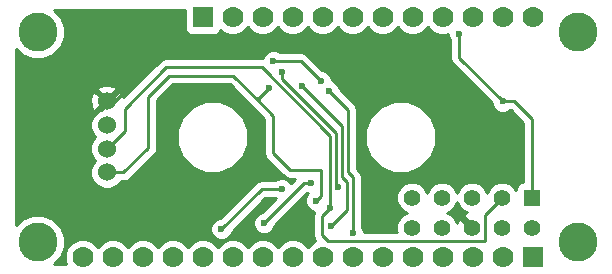
<source format=gbl>
G04 #@! TF.FileFunction,Copper,L2,Bot,Signal*
%FSLAX46Y46*%
G04 Gerber Fmt 4.6, Leading zero omitted, Abs format (unit mm)*
G04 Created by KiCad (PCBNEW 4.0.5) date 02/17/17 15:16:51*
%MOMM*%
%LPD*%
G01*
G04 APERTURE LIST*
%ADD10C,0.100000*%
%ADD11C,1.524000*%
%ADD12R,1.397000X1.397000*%
%ADD13C,1.397000*%
%ADD14C,3.302000*%
%ADD15C,1.778000*%
%ADD16R,1.778000X1.778000*%
%ADD17C,0.600000*%
%ADD18C,0.250000*%
%ADD19C,0.254000*%
G04 APERTURE END LIST*
D10*
D11*
X131500000Y-108000000D03*
X131500000Y-106000000D03*
X131500000Y-104000000D03*
X131500000Y-102000000D03*
D12*
X167480000Y-110130000D03*
D13*
X167480000Y-112670000D03*
X164940000Y-110130000D03*
X164940000Y-112670000D03*
X162400000Y-110130000D03*
X162400000Y-112670000D03*
X159860000Y-110130000D03*
X159860000Y-112670000D03*
X157320000Y-110130000D03*
X157320000Y-112670000D03*
D14*
X125641100Y-96113600D03*
X125641100Y-113893600D03*
X171361100Y-113893600D03*
X171361100Y-96113600D03*
D15*
X129451100Y-115163600D03*
X131991100Y-115163600D03*
X134531100Y-115163600D03*
X137071100Y-115163600D03*
X139611100Y-115163600D03*
X142151100Y-115163600D03*
X144691100Y-115163600D03*
X147231100Y-115163600D03*
X149771100Y-115163600D03*
X152311100Y-115163600D03*
X154851100Y-115163600D03*
X157391100Y-115163600D03*
X159931100Y-115163600D03*
X162471100Y-115163600D03*
X165011100Y-115163600D03*
D16*
X167551100Y-115163600D03*
D15*
X142151100Y-94843600D03*
D16*
X139611100Y-94843600D03*
D15*
X144691100Y-94843600D03*
X147231100Y-94843600D03*
X149771100Y-94843600D03*
X152311100Y-94843600D03*
X154851100Y-94843600D03*
X157391100Y-94843600D03*
X159931100Y-94843600D03*
X162471100Y-94843600D03*
X165011100Y-94843600D03*
X167551100Y-94843600D03*
D17*
X151100000Y-109200000D03*
X161300000Y-96300000D03*
X146300000Y-99500000D03*
X165000000Y-102000000D03*
X151000000Y-100300000D03*
X146400000Y-97600000D03*
X145200000Y-100900000D03*
X145600000Y-98600000D03*
X149600000Y-100300000D03*
X149200000Y-110400000D03*
X150400000Y-111000000D03*
X148800000Y-108900000D03*
X144800000Y-112300000D03*
X146300000Y-109400000D03*
X141200000Y-112800000D03*
X152300000Y-113150000D03*
X150300000Y-101100000D03*
X148000000Y-100700000D03*
X150450000Y-112500000D03*
D18*
X146300000Y-100100000D02*
X146300000Y-99500000D01*
X150900000Y-104700000D02*
X146300000Y-100100000D01*
X150900000Y-109000000D02*
X150900000Y-104700000D01*
X151100000Y-109200000D02*
X150900000Y-109000000D01*
X165000000Y-102000000D02*
X166000000Y-102000000D01*
X167480000Y-103480000D02*
X167480000Y-110130000D01*
X166000000Y-102000000D02*
X167480000Y-103480000D01*
X161300000Y-96300000D02*
X161300000Y-98300000D01*
X161300000Y-98300000D02*
X165000000Y-102000000D01*
X146300000Y-99500000D02*
X146300000Y-99500000D01*
X136600000Y-97600000D02*
X146400000Y-97600000D01*
X132200000Y-102000000D02*
X136600000Y-97600000D01*
X131500000Y-102000000D02*
X132200000Y-102000000D01*
X146400000Y-97600000D02*
X148300000Y-97600000D01*
X148300000Y-97600000D02*
X151000000Y-100300000D01*
X131500000Y-102000000D02*
X130800000Y-102000000D01*
X131500000Y-108000000D02*
X132900000Y-108000000D01*
X136800000Y-99800000D02*
X142200000Y-99800000D01*
X135000000Y-101600000D02*
X136800000Y-99800000D01*
X135000000Y-102000000D02*
X135000000Y-101600000D01*
X142200000Y-99800000D02*
X144300000Y-101900000D01*
X135000000Y-105900000D02*
X135000000Y-102000000D01*
X132900000Y-108000000D02*
X135000000Y-105900000D01*
X144300000Y-101800000D02*
X144300000Y-101900000D01*
X144250000Y-101850000D02*
X144300000Y-101800000D01*
X145200000Y-100900000D02*
X144250000Y-101850000D01*
X147900000Y-98600000D02*
X145600000Y-98600000D01*
X144300000Y-101900000D02*
X145600000Y-103200000D01*
X145600000Y-103200000D02*
X145600000Y-106400000D01*
X145600000Y-106400000D02*
X147000000Y-107800000D01*
X147000000Y-107800000D02*
X149600000Y-107800000D01*
X149600000Y-107800000D02*
X149600000Y-110000000D01*
X149600000Y-100300000D02*
X147900000Y-98600000D01*
X149600000Y-110000000D02*
X149200000Y-110400000D01*
X149200000Y-110400000D02*
X149600000Y-110000000D01*
X133000000Y-104500000D02*
X131500000Y-106000000D01*
X133000000Y-102600000D02*
X133000000Y-104500000D01*
X136500000Y-99100000D02*
X133000000Y-102600000D01*
X144600000Y-99100000D02*
X136500000Y-99100000D01*
X150400000Y-104900000D02*
X144600000Y-99100000D01*
X150400000Y-111000000D02*
X150400000Y-104900000D01*
X131500000Y-106000000D02*
X131200000Y-106000000D01*
X163500000Y-111570000D02*
X164940000Y-110130000D01*
X163500000Y-113800000D02*
X163500000Y-111570000D01*
X150200000Y-113800000D02*
X163500000Y-113800000D01*
X149700000Y-113300000D02*
X150200000Y-113800000D01*
X149700000Y-111700000D02*
X149700000Y-113300000D01*
X150400000Y-111000000D02*
X149700000Y-111700000D01*
X148200000Y-108900000D02*
X148800000Y-108900000D01*
X144800000Y-112300000D02*
X148200000Y-108900000D01*
X144600000Y-109400000D02*
X146300000Y-109400000D01*
X141200000Y-112800000D02*
X144600000Y-109400000D01*
X152300000Y-108400000D02*
X152300000Y-113150000D01*
X151900000Y-108000000D02*
X152300000Y-108400000D01*
X151900000Y-102700000D02*
X151900000Y-108000000D01*
X150300000Y-101100000D02*
X151900000Y-102700000D01*
X151400000Y-104100000D02*
X148000000Y-100700000D01*
X151400000Y-108400000D02*
X151400000Y-104100000D01*
X151800000Y-108800000D02*
X151400000Y-108400000D01*
X151800000Y-111150000D02*
X151800000Y-108800000D01*
X150450000Y-112500000D02*
X151800000Y-111150000D01*
D19*
G36*
X138074660Y-95732600D02*
X138118938Y-95967917D01*
X138258010Y-96184041D01*
X138470210Y-96329031D01*
X138722100Y-96380040D01*
X140500100Y-96380040D01*
X140735417Y-96335762D01*
X140951541Y-96196690D01*
X141096531Y-95984490D01*
X141103291Y-95951106D01*
X141286696Y-96134831D01*
X141846628Y-96367335D01*
X142452912Y-96367864D01*
X143013249Y-96136338D01*
X143421436Y-95728863D01*
X143826696Y-96134831D01*
X144386628Y-96367335D01*
X144992912Y-96367864D01*
X145553249Y-96136338D01*
X145961436Y-95728863D01*
X146366696Y-96134831D01*
X146926628Y-96367335D01*
X147532912Y-96367864D01*
X148093249Y-96136338D01*
X148501436Y-95728863D01*
X148906696Y-96134831D01*
X149466628Y-96367335D01*
X150072912Y-96367864D01*
X150633249Y-96136338D01*
X151041436Y-95728863D01*
X151446696Y-96134831D01*
X152006628Y-96367335D01*
X152612912Y-96367864D01*
X153173249Y-96136338D01*
X153581436Y-95728863D01*
X153986696Y-96134831D01*
X154546628Y-96367335D01*
X155152912Y-96367864D01*
X155713249Y-96136338D01*
X156121436Y-95728863D01*
X156526696Y-96134831D01*
X157086628Y-96367335D01*
X157692912Y-96367864D01*
X158253249Y-96136338D01*
X158661436Y-95728863D01*
X159066696Y-96134831D01*
X159626628Y-96367335D01*
X160232912Y-96367864D01*
X160364988Y-96313292D01*
X160364838Y-96485167D01*
X160506883Y-96828943D01*
X160540000Y-96862118D01*
X160540000Y-98300000D01*
X160597852Y-98590839D01*
X160762599Y-98837401D01*
X164064878Y-102139680D01*
X164064838Y-102185167D01*
X164206883Y-102528943D01*
X164469673Y-102792192D01*
X164813201Y-102934838D01*
X165185167Y-102935162D01*
X165528943Y-102793117D01*
X165562118Y-102760000D01*
X165685198Y-102760000D01*
X166720000Y-103794802D01*
X166720000Y-108795632D01*
X166546183Y-108828338D01*
X166330059Y-108967410D01*
X166185069Y-109179610D01*
X166134060Y-109431500D01*
X166134060Y-109527884D01*
X166071146Y-109375620D01*
X165696353Y-109000173D01*
X165206413Y-108796732D01*
X164675914Y-108796269D01*
X164185620Y-108998854D01*
X163810173Y-109373647D01*
X163669906Y-109711446D01*
X163531146Y-109375620D01*
X163156353Y-109000173D01*
X162666413Y-108796732D01*
X162135914Y-108796269D01*
X161645620Y-108998854D01*
X161270173Y-109373647D01*
X161129906Y-109711446D01*
X160991146Y-109375620D01*
X160616353Y-109000173D01*
X160126413Y-108796732D01*
X159595914Y-108796269D01*
X159105620Y-108998854D01*
X158730173Y-109373647D01*
X158589906Y-109711446D01*
X158451146Y-109375620D01*
X158076353Y-109000173D01*
X157586413Y-108796732D01*
X157055914Y-108796269D01*
X156565620Y-108998854D01*
X156190173Y-109373647D01*
X155986732Y-109863587D01*
X155986269Y-110394086D01*
X156188854Y-110884380D01*
X156563647Y-111259827D01*
X156901446Y-111400094D01*
X156565620Y-111538854D01*
X156190173Y-111913647D01*
X155986732Y-112403587D01*
X155986269Y-112934086D01*
X156030032Y-113040000D01*
X153235097Y-113040000D01*
X153235162Y-112964833D01*
X153093117Y-112621057D01*
X153060000Y-112587882D01*
X153060000Y-108400000D01*
X153002148Y-108109161D01*
X153002148Y-108109160D01*
X152837401Y-107862599D01*
X152660000Y-107685198D01*
X152660000Y-105601050D01*
X153334474Y-105601050D01*
X153795552Y-106716943D01*
X154648566Y-107571447D01*
X155763653Y-108034472D01*
X156971050Y-108035526D01*
X158086943Y-107574448D01*
X158941447Y-106721434D01*
X159404472Y-105606347D01*
X159405526Y-104398950D01*
X158944448Y-103283057D01*
X158091434Y-102428553D01*
X156976347Y-101965528D01*
X155768950Y-101964474D01*
X154653057Y-102425552D01*
X153798553Y-103278566D01*
X153335528Y-104393653D01*
X153334474Y-105601050D01*
X152660000Y-105601050D01*
X152660000Y-102700000D01*
X152602148Y-102409161D01*
X152437401Y-102162599D01*
X151235122Y-100960320D01*
X151235162Y-100914833D01*
X151093117Y-100571057D01*
X150830327Y-100307808D01*
X150535101Y-100185219D01*
X150535162Y-100114833D01*
X150393117Y-99771057D01*
X150130327Y-99507808D01*
X149786799Y-99365162D01*
X149739923Y-99365121D01*
X148437401Y-98062599D01*
X148190839Y-97897852D01*
X147900000Y-97840000D01*
X146162463Y-97840000D01*
X146130327Y-97807808D01*
X145786799Y-97665162D01*
X145414833Y-97664838D01*
X145071057Y-97806883D01*
X144807808Y-98069673D01*
X144688267Y-98357558D01*
X144600000Y-98340000D01*
X136500000Y-98340000D01*
X136257414Y-98388254D01*
X136209160Y-98397852D01*
X135962599Y-98562599D01*
X132878786Y-101646412D01*
X132722397Y-101268857D01*
X132480213Y-101199392D01*
X131679605Y-102000000D01*
X131693748Y-102014143D01*
X131514143Y-102193748D01*
X131500000Y-102179605D01*
X130973698Y-102705907D01*
X130709697Y-102814990D01*
X130316371Y-103207630D01*
X130103243Y-103720900D01*
X130102758Y-104276661D01*
X130314990Y-104790303D01*
X130524342Y-105000021D01*
X130316371Y-105207630D01*
X130103243Y-105720900D01*
X130102758Y-106276661D01*
X130314990Y-106790303D01*
X130524342Y-107000021D01*
X130316371Y-107207630D01*
X130103243Y-107720900D01*
X130102758Y-108276661D01*
X130314990Y-108790303D01*
X130707630Y-109183629D01*
X131220900Y-109396757D01*
X131776661Y-109397242D01*
X132290303Y-109185010D01*
X132683629Y-108792370D01*
X132697070Y-108760000D01*
X132900000Y-108760000D01*
X133190839Y-108702148D01*
X133437401Y-108537401D01*
X135537401Y-106437401D01*
X135702148Y-106190840D01*
X135718395Y-106109161D01*
X135760000Y-105900000D01*
X135760000Y-105601050D01*
X137394474Y-105601050D01*
X137855552Y-106716943D01*
X138708566Y-107571447D01*
X139823653Y-108034472D01*
X141031050Y-108035526D01*
X142146943Y-107574448D01*
X143001447Y-106721434D01*
X143464472Y-105606347D01*
X143465526Y-104398950D01*
X143004448Y-103283057D01*
X142151434Y-102428553D01*
X141036347Y-101965528D01*
X139828950Y-101964474D01*
X138713057Y-102425552D01*
X137858553Y-103278566D01*
X137395528Y-104393653D01*
X137394474Y-105601050D01*
X135760000Y-105601050D01*
X135760000Y-101914802D01*
X137114802Y-100560000D01*
X141885198Y-100560000D01*
X144840000Y-103514802D01*
X144840000Y-106400000D01*
X144897852Y-106690839D01*
X145062599Y-106937401D01*
X146462599Y-108337401D01*
X146709161Y-108502148D01*
X147000000Y-108560000D01*
X147465198Y-108560000D01*
X147110959Y-108914239D01*
X147093117Y-108871057D01*
X146830327Y-108607808D01*
X146486799Y-108465162D01*
X146114833Y-108464838D01*
X145771057Y-108606883D01*
X145737882Y-108640000D01*
X144600000Y-108640000D01*
X144309161Y-108697852D01*
X144062599Y-108862599D01*
X141060320Y-111864878D01*
X141014833Y-111864838D01*
X140671057Y-112006883D01*
X140407808Y-112269673D01*
X140265162Y-112613201D01*
X140264838Y-112985167D01*
X140406883Y-113328943D01*
X140669673Y-113592192D01*
X141013201Y-113734838D01*
X141385167Y-113735162D01*
X141728943Y-113593117D01*
X141992192Y-113330327D01*
X142134838Y-112986799D01*
X142134879Y-112939923D01*
X144914802Y-110160000D01*
X145737537Y-110160000D01*
X145769673Y-110192192D01*
X145814424Y-110210774D01*
X144660320Y-111364878D01*
X144614833Y-111364838D01*
X144271057Y-111506883D01*
X144007808Y-111769673D01*
X143865162Y-112113201D01*
X143864838Y-112485167D01*
X144006883Y-112828943D01*
X144269673Y-113092192D01*
X144613201Y-113234838D01*
X144985167Y-113235162D01*
X145328943Y-113093117D01*
X145592192Y-112830327D01*
X145734838Y-112486799D01*
X145734879Y-112439923D01*
X148420133Y-109754669D01*
X148492790Y-109784839D01*
X148407808Y-109869673D01*
X148265162Y-110213201D01*
X148264838Y-110585167D01*
X148406883Y-110928943D01*
X148669673Y-111192192D01*
X149013201Y-111334838D01*
X149047493Y-111334868D01*
X148997852Y-111409161D01*
X148940000Y-111700000D01*
X148940000Y-113300000D01*
X148997852Y-113590839D01*
X149125242Y-113781492D01*
X148908951Y-113870862D01*
X148500764Y-114278337D01*
X148095504Y-113872369D01*
X147535572Y-113639865D01*
X146929288Y-113639336D01*
X146368951Y-113870862D01*
X145960764Y-114278337D01*
X145555504Y-113872369D01*
X144995572Y-113639865D01*
X144389288Y-113639336D01*
X143828951Y-113870862D01*
X143420764Y-114278337D01*
X143015504Y-113872369D01*
X142455572Y-113639865D01*
X141849288Y-113639336D01*
X141288951Y-113870862D01*
X140880764Y-114278337D01*
X140475504Y-113872369D01*
X139915572Y-113639865D01*
X139309288Y-113639336D01*
X138748951Y-113870862D01*
X138340764Y-114278337D01*
X137935504Y-113872369D01*
X137375572Y-113639865D01*
X136769288Y-113639336D01*
X136208951Y-113870862D01*
X135800764Y-114278337D01*
X135395504Y-113872369D01*
X134835572Y-113639865D01*
X134229288Y-113639336D01*
X133668951Y-113870862D01*
X133260764Y-114278337D01*
X132855504Y-113872369D01*
X132295572Y-113639865D01*
X131689288Y-113639336D01*
X131128951Y-113870862D01*
X130720764Y-114278337D01*
X130315504Y-113872369D01*
X129755572Y-113639865D01*
X129149288Y-113639336D01*
X128588951Y-113870862D01*
X128159869Y-114299196D01*
X127927365Y-114859128D01*
X127926836Y-115465412D01*
X128036161Y-115730000D01*
X127037208Y-115730000D01*
X127577946Y-115190205D01*
X127926702Y-114350308D01*
X127927496Y-113440881D01*
X127580206Y-112600377D01*
X126937705Y-111956754D01*
X126097808Y-111607998D01*
X125188381Y-111607204D01*
X124347877Y-111954494D01*
X123810000Y-112491433D01*
X123810000Y-101792302D01*
X130090856Y-101792302D01*
X130118638Y-102347368D01*
X130277603Y-102731143D01*
X130519787Y-102800608D01*
X131320395Y-102000000D01*
X130519787Y-101199392D01*
X130277603Y-101268857D01*
X130090856Y-101792302D01*
X123810000Y-101792302D01*
X123810000Y-101019787D01*
X130699392Y-101019787D01*
X131500000Y-101820395D01*
X132300608Y-101019787D01*
X132231143Y-100777603D01*
X131707698Y-100590856D01*
X131152632Y-100618638D01*
X130768857Y-100777603D01*
X130699392Y-101019787D01*
X123810000Y-101019787D01*
X123810000Y-97515018D01*
X124344495Y-98050446D01*
X125184392Y-98399202D01*
X126093819Y-98399996D01*
X126934323Y-98052706D01*
X127577946Y-97410205D01*
X127926702Y-96570308D01*
X127927496Y-95660881D01*
X127580206Y-94820377D01*
X127040771Y-94280000D01*
X138074660Y-94280000D01*
X138074660Y-95732600D01*
X138074660Y-95732600D01*
G37*
X138074660Y-95732600D02*
X138118938Y-95967917D01*
X138258010Y-96184041D01*
X138470210Y-96329031D01*
X138722100Y-96380040D01*
X140500100Y-96380040D01*
X140735417Y-96335762D01*
X140951541Y-96196690D01*
X141096531Y-95984490D01*
X141103291Y-95951106D01*
X141286696Y-96134831D01*
X141846628Y-96367335D01*
X142452912Y-96367864D01*
X143013249Y-96136338D01*
X143421436Y-95728863D01*
X143826696Y-96134831D01*
X144386628Y-96367335D01*
X144992912Y-96367864D01*
X145553249Y-96136338D01*
X145961436Y-95728863D01*
X146366696Y-96134831D01*
X146926628Y-96367335D01*
X147532912Y-96367864D01*
X148093249Y-96136338D01*
X148501436Y-95728863D01*
X148906696Y-96134831D01*
X149466628Y-96367335D01*
X150072912Y-96367864D01*
X150633249Y-96136338D01*
X151041436Y-95728863D01*
X151446696Y-96134831D01*
X152006628Y-96367335D01*
X152612912Y-96367864D01*
X153173249Y-96136338D01*
X153581436Y-95728863D01*
X153986696Y-96134831D01*
X154546628Y-96367335D01*
X155152912Y-96367864D01*
X155713249Y-96136338D01*
X156121436Y-95728863D01*
X156526696Y-96134831D01*
X157086628Y-96367335D01*
X157692912Y-96367864D01*
X158253249Y-96136338D01*
X158661436Y-95728863D01*
X159066696Y-96134831D01*
X159626628Y-96367335D01*
X160232912Y-96367864D01*
X160364988Y-96313292D01*
X160364838Y-96485167D01*
X160506883Y-96828943D01*
X160540000Y-96862118D01*
X160540000Y-98300000D01*
X160597852Y-98590839D01*
X160762599Y-98837401D01*
X164064878Y-102139680D01*
X164064838Y-102185167D01*
X164206883Y-102528943D01*
X164469673Y-102792192D01*
X164813201Y-102934838D01*
X165185167Y-102935162D01*
X165528943Y-102793117D01*
X165562118Y-102760000D01*
X165685198Y-102760000D01*
X166720000Y-103794802D01*
X166720000Y-108795632D01*
X166546183Y-108828338D01*
X166330059Y-108967410D01*
X166185069Y-109179610D01*
X166134060Y-109431500D01*
X166134060Y-109527884D01*
X166071146Y-109375620D01*
X165696353Y-109000173D01*
X165206413Y-108796732D01*
X164675914Y-108796269D01*
X164185620Y-108998854D01*
X163810173Y-109373647D01*
X163669906Y-109711446D01*
X163531146Y-109375620D01*
X163156353Y-109000173D01*
X162666413Y-108796732D01*
X162135914Y-108796269D01*
X161645620Y-108998854D01*
X161270173Y-109373647D01*
X161129906Y-109711446D01*
X160991146Y-109375620D01*
X160616353Y-109000173D01*
X160126413Y-108796732D01*
X159595914Y-108796269D01*
X159105620Y-108998854D01*
X158730173Y-109373647D01*
X158589906Y-109711446D01*
X158451146Y-109375620D01*
X158076353Y-109000173D01*
X157586413Y-108796732D01*
X157055914Y-108796269D01*
X156565620Y-108998854D01*
X156190173Y-109373647D01*
X155986732Y-109863587D01*
X155986269Y-110394086D01*
X156188854Y-110884380D01*
X156563647Y-111259827D01*
X156901446Y-111400094D01*
X156565620Y-111538854D01*
X156190173Y-111913647D01*
X155986732Y-112403587D01*
X155986269Y-112934086D01*
X156030032Y-113040000D01*
X153235097Y-113040000D01*
X153235162Y-112964833D01*
X153093117Y-112621057D01*
X153060000Y-112587882D01*
X153060000Y-108400000D01*
X153002148Y-108109161D01*
X153002148Y-108109160D01*
X152837401Y-107862599D01*
X152660000Y-107685198D01*
X152660000Y-105601050D01*
X153334474Y-105601050D01*
X153795552Y-106716943D01*
X154648566Y-107571447D01*
X155763653Y-108034472D01*
X156971050Y-108035526D01*
X158086943Y-107574448D01*
X158941447Y-106721434D01*
X159404472Y-105606347D01*
X159405526Y-104398950D01*
X158944448Y-103283057D01*
X158091434Y-102428553D01*
X156976347Y-101965528D01*
X155768950Y-101964474D01*
X154653057Y-102425552D01*
X153798553Y-103278566D01*
X153335528Y-104393653D01*
X153334474Y-105601050D01*
X152660000Y-105601050D01*
X152660000Y-102700000D01*
X152602148Y-102409161D01*
X152437401Y-102162599D01*
X151235122Y-100960320D01*
X151235162Y-100914833D01*
X151093117Y-100571057D01*
X150830327Y-100307808D01*
X150535101Y-100185219D01*
X150535162Y-100114833D01*
X150393117Y-99771057D01*
X150130327Y-99507808D01*
X149786799Y-99365162D01*
X149739923Y-99365121D01*
X148437401Y-98062599D01*
X148190839Y-97897852D01*
X147900000Y-97840000D01*
X146162463Y-97840000D01*
X146130327Y-97807808D01*
X145786799Y-97665162D01*
X145414833Y-97664838D01*
X145071057Y-97806883D01*
X144807808Y-98069673D01*
X144688267Y-98357558D01*
X144600000Y-98340000D01*
X136500000Y-98340000D01*
X136257414Y-98388254D01*
X136209160Y-98397852D01*
X135962599Y-98562599D01*
X132878786Y-101646412D01*
X132722397Y-101268857D01*
X132480213Y-101199392D01*
X131679605Y-102000000D01*
X131693748Y-102014143D01*
X131514143Y-102193748D01*
X131500000Y-102179605D01*
X130973698Y-102705907D01*
X130709697Y-102814990D01*
X130316371Y-103207630D01*
X130103243Y-103720900D01*
X130102758Y-104276661D01*
X130314990Y-104790303D01*
X130524342Y-105000021D01*
X130316371Y-105207630D01*
X130103243Y-105720900D01*
X130102758Y-106276661D01*
X130314990Y-106790303D01*
X130524342Y-107000021D01*
X130316371Y-107207630D01*
X130103243Y-107720900D01*
X130102758Y-108276661D01*
X130314990Y-108790303D01*
X130707630Y-109183629D01*
X131220900Y-109396757D01*
X131776661Y-109397242D01*
X132290303Y-109185010D01*
X132683629Y-108792370D01*
X132697070Y-108760000D01*
X132900000Y-108760000D01*
X133190839Y-108702148D01*
X133437401Y-108537401D01*
X135537401Y-106437401D01*
X135702148Y-106190840D01*
X135718395Y-106109161D01*
X135760000Y-105900000D01*
X135760000Y-105601050D01*
X137394474Y-105601050D01*
X137855552Y-106716943D01*
X138708566Y-107571447D01*
X139823653Y-108034472D01*
X141031050Y-108035526D01*
X142146943Y-107574448D01*
X143001447Y-106721434D01*
X143464472Y-105606347D01*
X143465526Y-104398950D01*
X143004448Y-103283057D01*
X142151434Y-102428553D01*
X141036347Y-101965528D01*
X139828950Y-101964474D01*
X138713057Y-102425552D01*
X137858553Y-103278566D01*
X137395528Y-104393653D01*
X137394474Y-105601050D01*
X135760000Y-105601050D01*
X135760000Y-101914802D01*
X137114802Y-100560000D01*
X141885198Y-100560000D01*
X144840000Y-103514802D01*
X144840000Y-106400000D01*
X144897852Y-106690839D01*
X145062599Y-106937401D01*
X146462599Y-108337401D01*
X146709161Y-108502148D01*
X147000000Y-108560000D01*
X147465198Y-108560000D01*
X147110959Y-108914239D01*
X147093117Y-108871057D01*
X146830327Y-108607808D01*
X146486799Y-108465162D01*
X146114833Y-108464838D01*
X145771057Y-108606883D01*
X145737882Y-108640000D01*
X144600000Y-108640000D01*
X144309161Y-108697852D01*
X144062599Y-108862599D01*
X141060320Y-111864878D01*
X141014833Y-111864838D01*
X140671057Y-112006883D01*
X140407808Y-112269673D01*
X140265162Y-112613201D01*
X140264838Y-112985167D01*
X140406883Y-113328943D01*
X140669673Y-113592192D01*
X141013201Y-113734838D01*
X141385167Y-113735162D01*
X141728943Y-113593117D01*
X141992192Y-113330327D01*
X142134838Y-112986799D01*
X142134879Y-112939923D01*
X144914802Y-110160000D01*
X145737537Y-110160000D01*
X145769673Y-110192192D01*
X145814424Y-110210774D01*
X144660320Y-111364878D01*
X144614833Y-111364838D01*
X144271057Y-111506883D01*
X144007808Y-111769673D01*
X143865162Y-112113201D01*
X143864838Y-112485167D01*
X144006883Y-112828943D01*
X144269673Y-113092192D01*
X144613201Y-113234838D01*
X144985167Y-113235162D01*
X145328943Y-113093117D01*
X145592192Y-112830327D01*
X145734838Y-112486799D01*
X145734879Y-112439923D01*
X148420133Y-109754669D01*
X148492790Y-109784839D01*
X148407808Y-109869673D01*
X148265162Y-110213201D01*
X148264838Y-110585167D01*
X148406883Y-110928943D01*
X148669673Y-111192192D01*
X149013201Y-111334838D01*
X149047493Y-111334868D01*
X148997852Y-111409161D01*
X148940000Y-111700000D01*
X148940000Y-113300000D01*
X148997852Y-113590839D01*
X149125242Y-113781492D01*
X148908951Y-113870862D01*
X148500764Y-114278337D01*
X148095504Y-113872369D01*
X147535572Y-113639865D01*
X146929288Y-113639336D01*
X146368951Y-113870862D01*
X145960764Y-114278337D01*
X145555504Y-113872369D01*
X144995572Y-113639865D01*
X144389288Y-113639336D01*
X143828951Y-113870862D01*
X143420764Y-114278337D01*
X143015504Y-113872369D01*
X142455572Y-113639865D01*
X141849288Y-113639336D01*
X141288951Y-113870862D01*
X140880764Y-114278337D01*
X140475504Y-113872369D01*
X139915572Y-113639865D01*
X139309288Y-113639336D01*
X138748951Y-113870862D01*
X138340764Y-114278337D01*
X137935504Y-113872369D01*
X137375572Y-113639865D01*
X136769288Y-113639336D01*
X136208951Y-113870862D01*
X135800764Y-114278337D01*
X135395504Y-113872369D01*
X134835572Y-113639865D01*
X134229288Y-113639336D01*
X133668951Y-113870862D01*
X133260764Y-114278337D01*
X132855504Y-113872369D01*
X132295572Y-113639865D01*
X131689288Y-113639336D01*
X131128951Y-113870862D01*
X130720764Y-114278337D01*
X130315504Y-113872369D01*
X129755572Y-113639865D01*
X129149288Y-113639336D01*
X128588951Y-113870862D01*
X128159869Y-114299196D01*
X127927365Y-114859128D01*
X127926836Y-115465412D01*
X128036161Y-115730000D01*
X127037208Y-115730000D01*
X127577946Y-115190205D01*
X127926702Y-114350308D01*
X127927496Y-113440881D01*
X127580206Y-112600377D01*
X126937705Y-111956754D01*
X126097808Y-111607998D01*
X125188381Y-111607204D01*
X124347877Y-111954494D01*
X123810000Y-112491433D01*
X123810000Y-101792302D01*
X130090856Y-101792302D01*
X130118638Y-102347368D01*
X130277603Y-102731143D01*
X130519787Y-102800608D01*
X131320395Y-102000000D01*
X130519787Y-101199392D01*
X130277603Y-101268857D01*
X130090856Y-101792302D01*
X123810000Y-101792302D01*
X123810000Y-101019787D01*
X130699392Y-101019787D01*
X131500000Y-101820395D01*
X132300608Y-101019787D01*
X132231143Y-100777603D01*
X131707698Y-100590856D01*
X131152632Y-100618638D01*
X130768857Y-100777603D01*
X130699392Y-101019787D01*
X123810000Y-101019787D01*
X123810000Y-97515018D01*
X124344495Y-98050446D01*
X125184392Y-98399202D01*
X126093819Y-98399996D01*
X126934323Y-98052706D01*
X127577946Y-97410205D01*
X127926702Y-96570308D01*
X127927496Y-95660881D01*
X127580206Y-94820377D01*
X127040771Y-94280000D01*
X138074660Y-94280000D01*
X138074660Y-95732600D01*
G36*
X161268854Y-110884380D02*
X161643647Y-111259827D01*
X161965118Y-111393314D01*
X161707071Y-111500200D01*
X161645417Y-111735812D01*
X162400000Y-112490395D01*
X162414143Y-112476253D01*
X162593748Y-112655858D01*
X162579605Y-112670000D01*
X162593748Y-112684143D01*
X162414143Y-112863748D01*
X162400000Y-112849605D01*
X162385858Y-112863748D01*
X162206253Y-112684143D01*
X162220395Y-112670000D01*
X161465812Y-111915417D01*
X161230200Y-111977071D01*
X161131917Y-112256312D01*
X160991146Y-111915620D01*
X160616353Y-111540173D01*
X160278554Y-111399906D01*
X160614380Y-111261146D01*
X160989827Y-110886353D01*
X161130094Y-110548554D01*
X161268854Y-110884380D01*
X161268854Y-110884380D01*
G37*
X161268854Y-110884380D02*
X161643647Y-111259827D01*
X161965118Y-111393314D01*
X161707071Y-111500200D01*
X161645417Y-111735812D01*
X162400000Y-112490395D01*
X162414143Y-112476253D01*
X162593748Y-112655858D01*
X162579605Y-112670000D01*
X162593748Y-112684143D01*
X162414143Y-112863748D01*
X162400000Y-112849605D01*
X162385858Y-112863748D01*
X162206253Y-112684143D01*
X162220395Y-112670000D01*
X161465812Y-111915417D01*
X161230200Y-111977071D01*
X161131917Y-112256312D01*
X160991146Y-111915620D01*
X160616353Y-111540173D01*
X160278554Y-111399906D01*
X160614380Y-111261146D01*
X160989827Y-110886353D01*
X161130094Y-110548554D01*
X161268854Y-110884380D01*
M02*

</source>
